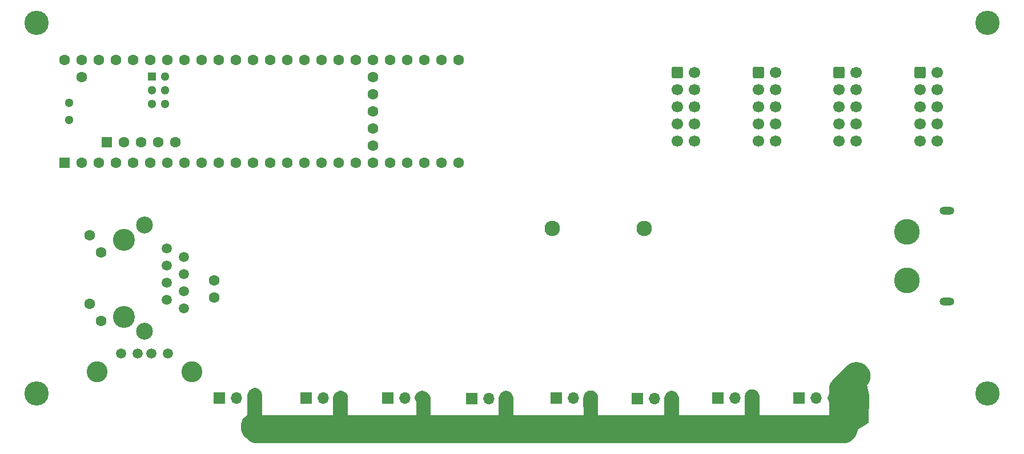
<source format=gbr>
%TF.GenerationSoftware,KiCad,Pcbnew,8.0.3*%
%TF.CreationDate,2024-11-25T10:27:06+01:00*%
%TF.ProjectId,Teensy Board,5465656e-7379-4204-926f-6172642e6b69,rev?*%
%TF.SameCoordinates,Original*%
%TF.FileFunction,Soldermask,Bot*%
%TF.FilePolarity,Negative*%
%FSLAX46Y46*%
G04 Gerber Fmt 4.6, Leading zero omitted, Abs format (unit mm)*
G04 Created by KiCad (PCBNEW 8.0.3) date 2024-11-25 10:27:06*
%MOMM*%
%LPD*%
G01*
G04 APERTURE LIST*
G04 Aperture macros list*
%AMRoundRect*
0 Rectangle with rounded corners*
0 $1 Rounding radius*
0 $2 $3 $4 $5 $6 $7 $8 $9 X,Y pos of 4 corners*
0 Add a 4 corners polygon primitive as box body*
4,1,4,$2,$3,$4,$5,$6,$7,$8,$9,$2,$3,0*
0 Add four circle primitives for the rounded corners*
1,1,$1+$1,$2,$3*
1,1,$1+$1,$4,$5*
1,1,$1+$1,$6,$7*
1,1,$1+$1,$8,$9*
0 Add four rect primitives between the rounded corners*
20,1,$1+$1,$2,$3,$4,$5,0*
20,1,$1+$1,$4,$5,$6,$7,0*
20,1,$1+$1,$6,$7,$8,$9,0*
20,1,$1+$1,$8,$9,$2,$3,0*%
G04 Aperture macros list end*
%ADD10C,0.150000*%
%ADD11R,1.700000X1.700000*%
%ADD12O,1.700000X1.700000*%
%ADD13C,2.300000*%
%ADD14RoundRect,0.250000X-0.600000X-0.600000X0.600000X-0.600000X0.600000X0.600000X-0.600000X0.600000X0*%
%ADD15C,1.700000*%
%ADD16C,3.800000*%
%ADD17O,2.200000X1.200000*%
%ADD18C,1.600000*%
%ADD19C,1.500000*%
%ADD20C,3.100000*%
%ADD21C,3.600000*%
%ADD22C,3.250000*%
%ADD23C,1.520000*%
%ADD24C,2.500000*%
%ADD25R,1.600000X1.600000*%
%ADD26R,1.300000X1.300000*%
%ADD27C,1.300000*%
G04 APERTURE END LIST*
D10*
X155940180Y-117933430D02*
X156192879Y-118001141D01*
X156434577Y-118101255D01*
X156661140Y-118232061D01*
X156868692Y-118391321D01*
X157053679Y-118576308D01*
X157212939Y-118783860D01*
X157343745Y-119010423D01*
X157443859Y-119252121D01*
X157511570Y-119504820D01*
X157545718Y-119764194D01*
X157545718Y-120025807D01*
X157511570Y-120285181D01*
X157443859Y-120537879D01*
X157343745Y-120779577D01*
X157212939Y-121006141D01*
X157053679Y-121213692D01*
X157346399Y-122675299D01*
X157250000Y-126750000D01*
X155750000Y-127750000D01*
X155561571Y-128145181D01*
X155493860Y-128397879D01*
X155393745Y-128639577D01*
X155262939Y-128866140D01*
X155103680Y-129073692D01*
X154918692Y-129258680D01*
X154711140Y-129417939D01*
X154484577Y-129548745D01*
X154242879Y-129648860D01*
X153990181Y-129716571D01*
X153730806Y-129750718D01*
X140200000Y-129755000D01*
X140072078Y-129750812D01*
X128600000Y-129755000D01*
X128471940Y-129750807D01*
X116400000Y-129755000D01*
X116271774Y-129750802D01*
X103400000Y-129755000D01*
X103271813Y-129750803D01*
X90600000Y-129755000D01*
X90472179Y-129750815D01*
X79400000Y-129755000D01*
X79271836Y-129750804D01*
X66710000Y-129755000D01*
X66579225Y-129750719D01*
X66579194Y-129750719D01*
X66449506Y-129733644D01*
X66319819Y-129716571D01*
X66067121Y-129648860D01*
X65825423Y-129548745D01*
X65598860Y-129417940D01*
X65391308Y-129258680D01*
X64940786Y-128814214D01*
X64851320Y-128718692D01*
X64692060Y-128511141D01*
X64561255Y-128284577D01*
X64461140Y-128042879D01*
X64393430Y-127790181D01*
X64359282Y-127530806D01*
X64359282Y-127269194D01*
X64393430Y-127009819D01*
X64461140Y-126757121D01*
X64561255Y-126515423D01*
X64692060Y-126288859D01*
X64851320Y-126081308D01*
X65036308Y-125896320D01*
X65243859Y-125737060D01*
X65357970Y-125671178D01*
X65355000Y-122730000D01*
X65359815Y-122631983D01*
X65398060Y-122439715D01*
X65473079Y-122258603D01*
X65581990Y-122095607D01*
X65720607Y-121956990D01*
X65883603Y-121848079D01*
X66064715Y-121773060D01*
X66256983Y-121734815D01*
X66453017Y-121734815D01*
X66645285Y-121773060D01*
X66826397Y-121848079D01*
X66989393Y-121956990D01*
X67128010Y-122095607D01*
X67236921Y-122258603D01*
X67311940Y-122439715D01*
X67350185Y-122631983D01*
X67353254Y-125671886D01*
X67466141Y-125737060D01*
X67494702Y-125758976D01*
X78067880Y-125755444D01*
X78065000Y-123130000D01*
X78069815Y-123031983D01*
X78108060Y-122839715D01*
X78183079Y-122658603D01*
X78291990Y-122495607D01*
X78430607Y-122356990D01*
X78593603Y-122248079D01*
X78774715Y-122173060D01*
X78966983Y-122134815D01*
X79163017Y-122134815D01*
X79355285Y-122173060D01*
X79536397Y-122248079D01*
X79699393Y-122356990D01*
X79838010Y-122495607D01*
X79946921Y-122658603D01*
X80021940Y-122839715D01*
X80060185Y-123031983D01*
X80063177Y-125758981D01*
X90358098Y-125755091D01*
X90355504Y-123724756D01*
X90273079Y-123601396D01*
X90198060Y-123420284D01*
X90159816Y-123228017D01*
X90159816Y-123031983D01*
X90198060Y-122839716D01*
X90273079Y-122658604D01*
X90381989Y-122495606D01*
X90520606Y-122356989D01*
X90683604Y-122248079D01*
X90864716Y-122173060D01*
X91056983Y-122134816D01*
X91253017Y-122134816D01*
X91445284Y-122173060D01*
X91626396Y-122248079D01*
X91789394Y-122356989D01*
X92062107Y-122622893D01*
X92128011Y-122695607D01*
X92150991Y-122730000D01*
X92236921Y-122858603D01*
X92266495Y-122930000D01*
X92311941Y-123039716D01*
X92324926Y-123105000D01*
X92350185Y-123231983D01*
X92353413Y-125758658D01*
X102602783Y-125755263D01*
X102600000Y-123155000D01*
X102604815Y-123056983D01*
X102643060Y-122864715D01*
X102718079Y-122683603D01*
X102826990Y-122520607D01*
X102965607Y-122381990D01*
X103128603Y-122273079D01*
X103309715Y-122198060D01*
X103501983Y-122159815D01*
X103698017Y-122159815D01*
X103890285Y-122198060D01*
X104071397Y-122273079D01*
X104234393Y-122381990D01*
X104373010Y-122520607D01*
X104481921Y-122683603D01*
X104556940Y-122864715D01*
X104595185Y-123056983D01*
X104598077Y-125758848D01*
X115157834Y-125755405D01*
X115155000Y-123105000D01*
X115159815Y-123006983D01*
X115198060Y-122814715D01*
X115273079Y-122633603D01*
X115381990Y-122470607D01*
X115520607Y-122331990D01*
X115683603Y-122223079D01*
X115864715Y-122148060D01*
X116056983Y-122109815D01*
X116253017Y-122109815D01*
X116445285Y-122148060D01*
X116626397Y-122223079D01*
X116789393Y-122331990D01*
X116928010Y-122470607D01*
X117036921Y-122633603D01*
X117111940Y-122814715D01*
X117150185Y-123006983D01*
X117153127Y-125758975D01*
X127157944Y-125755500D01*
X127155000Y-123155000D01*
X127159815Y-123056983D01*
X127198060Y-122864715D01*
X127273079Y-122683603D01*
X127381990Y-122520607D01*
X127520607Y-122381990D01*
X127683603Y-122273079D01*
X127864715Y-122198060D01*
X128056983Y-122159815D01*
X128253017Y-122159815D01*
X128445285Y-122198060D01*
X128626397Y-122273079D01*
X128789393Y-122381990D01*
X128928010Y-122520607D01*
X129036921Y-122683603D01*
X129111940Y-122864715D01*
X129150185Y-123056983D01*
X129153244Y-125759032D01*
X139077835Y-125755409D01*
X139075000Y-122930000D01*
X139079815Y-122831983D01*
X139118060Y-122639715D01*
X139193079Y-122458603D01*
X139301990Y-122295607D01*
X139440607Y-122156990D01*
X139603603Y-122048079D01*
X139784715Y-121973060D01*
X139976983Y-121934815D01*
X140173017Y-121934815D01*
X140365285Y-121973060D01*
X140546397Y-122048079D01*
X140709393Y-122156990D01*
X140848010Y-122295607D01*
X140956921Y-122458603D01*
X141031940Y-122639715D01*
X141070185Y-122831983D01*
X141073122Y-125758964D01*
X151602772Y-125755632D01*
X151600000Y-121845000D01*
X151604282Y-121714194D01*
X151638429Y-121454819D01*
X151706140Y-121202121D01*
X151806255Y-120960423D01*
X151937060Y-120733859D01*
X152096320Y-120526308D01*
X154135786Y-118480787D01*
X154231308Y-118391321D01*
X154438859Y-118232061D01*
X154665423Y-118101255D01*
X154907121Y-118001141D01*
X155159819Y-117933430D01*
X155419193Y-117899282D01*
X155680806Y-117899282D01*
X155940180Y-117933430D01*
G36*
X155940180Y-117933430D02*
G01*
X156192879Y-118001141D01*
X156434577Y-118101255D01*
X156661140Y-118232061D01*
X156868692Y-118391321D01*
X157053679Y-118576308D01*
X157212939Y-118783860D01*
X157343745Y-119010423D01*
X157443859Y-119252121D01*
X157511570Y-119504820D01*
X157545718Y-119764194D01*
X157545718Y-120025807D01*
X157511570Y-120285181D01*
X157443859Y-120537879D01*
X157343745Y-120779577D01*
X157212939Y-121006141D01*
X157053679Y-121213692D01*
X157346399Y-122675299D01*
X157250000Y-126750000D01*
X155750000Y-127750000D01*
X155561571Y-128145181D01*
X155493860Y-128397879D01*
X155393745Y-128639577D01*
X155262939Y-128866140D01*
X155103680Y-129073692D01*
X154918692Y-129258680D01*
X154711140Y-129417939D01*
X154484577Y-129548745D01*
X154242879Y-129648860D01*
X153990181Y-129716571D01*
X153730806Y-129750718D01*
X140200000Y-129755000D01*
X140072078Y-129750812D01*
X128600000Y-129755000D01*
X128471940Y-129750807D01*
X116400000Y-129755000D01*
X116271774Y-129750802D01*
X103400000Y-129755000D01*
X103271813Y-129750803D01*
X90600000Y-129755000D01*
X90472179Y-129750815D01*
X79400000Y-129755000D01*
X79271836Y-129750804D01*
X66710000Y-129755000D01*
X66579225Y-129750719D01*
X66579194Y-129750719D01*
X66449506Y-129733644D01*
X66319819Y-129716571D01*
X66067121Y-129648860D01*
X65825423Y-129548745D01*
X65598860Y-129417940D01*
X65391308Y-129258680D01*
X64940786Y-128814214D01*
X64851320Y-128718692D01*
X64692060Y-128511141D01*
X64561255Y-128284577D01*
X64461140Y-128042879D01*
X64393430Y-127790181D01*
X64359282Y-127530806D01*
X64359282Y-127269194D01*
X64393430Y-127009819D01*
X64461140Y-126757121D01*
X64561255Y-126515423D01*
X64692060Y-126288859D01*
X64851320Y-126081308D01*
X65036308Y-125896320D01*
X65243859Y-125737060D01*
X65357970Y-125671178D01*
X65355000Y-122730000D01*
X65359815Y-122631983D01*
X65398060Y-122439715D01*
X65473079Y-122258603D01*
X65581990Y-122095607D01*
X65720607Y-121956990D01*
X65883603Y-121848079D01*
X66064715Y-121773060D01*
X66256983Y-121734815D01*
X66453017Y-121734815D01*
X66645285Y-121773060D01*
X66826397Y-121848079D01*
X66989393Y-121956990D01*
X67128010Y-122095607D01*
X67236921Y-122258603D01*
X67311940Y-122439715D01*
X67350185Y-122631983D01*
X67353254Y-125671886D01*
X67466141Y-125737060D01*
X67494702Y-125758976D01*
X78067880Y-125755444D01*
X78065000Y-123130000D01*
X78069815Y-123031983D01*
X78108060Y-122839715D01*
X78183079Y-122658603D01*
X78291990Y-122495607D01*
X78430607Y-122356990D01*
X78593603Y-122248079D01*
X78774715Y-122173060D01*
X78966983Y-122134815D01*
X79163017Y-122134815D01*
X79355285Y-122173060D01*
X79536397Y-122248079D01*
X79699393Y-122356990D01*
X79838010Y-122495607D01*
X79946921Y-122658603D01*
X80021940Y-122839715D01*
X80060185Y-123031983D01*
X80063177Y-125758981D01*
X90358098Y-125755091D01*
X90355504Y-123724756D01*
X90273079Y-123601396D01*
X90198060Y-123420284D01*
X90159816Y-123228017D01*
X90159816Y-123031983D01*
X90198060Y-122839716D01*
X90273079Y-122658604D01*
X90381989Y-122495606D01*
X90520606Y-122356989D01*
X90683604Y-122248079D01*
X90864716Y-122173060D01*
X91056983Y-122134816D01*
X91253017Y-122134816D01*
X91445284Y-122173060D01*
X91626396Y-122248079D01*
X91789394Y-122356989D01*
X92062107Y-122622893D01*
X92128011Y-122695607D01*
X92150991Y-122730000D01*
X92236921Y-122858603D01*
X92266495Y-122930000D01*
X92311941Y-123039716D01*
X92324926Y-123105000D01*
X92350185Y-123231983D01*
X92353413Y-125758658D01*
X102602783Y-125755263D01*
X102600000Y-123155000D01*
X102604815Y-123056983D01*
X102643060Y-122864715D01*
X102718079Y-122683603D01*
X102826990Y-122520607D01*
X102965607Y-122381990D01*
X103128603Y-122273079D01*
X103309715Y-122198060D01*
X103501983Y-122159815D01*
X103698017Y-122159815D01*
X103890285Y-122198060D01*
X104071397Y-122273079D01*
X104234393Y-122381990D01*
X104373010Y-122520607D01*
X104481921Y-122683603D01*
X104556940Y-122864715D01*
X104595185Y-123056983D01*
X104598077Y-125758848D01*
X115157834Y-125755405D01*
X115155000Y-123105000D01*
X115159815Y-123006983D01*
X115198060Y-122814715D01*
X115273079Y-122633603D01*
X115381990Y-122470607D01*
X115520607Y-122331990D01*
X115683603Y-122223079D01*
X115864715Y-122148060D01*
X116056983Y-122109815D01*
X116253017Y-122109815D01*
X116445285Y-122148060D01*
X116626397Y-122223079D01*
X116789393Y-122331990D01*
X116928010Y-122470607D01*
X117036921Y-122633603D01*
X117111940Y-122814715D01*
X117150185Y-123006983D01*
X117153127Y-125758975D01*
X127157944Y-125755500D01*
X127155000Y-123155000D01*
X127159815Y-123056983D01*
X127198060Y-122864715D01*
X127273079Y-122683603D01*
X127381990Y-122520607D01*
X127520607Y-122381990D01*
X127683603Y-122273079D01*
X127864715Y-122198060D01*
X128056983Y-122159815D01*
X128253017Y-122159815D01*
X128445285Y-122198060D01*
X128626397Y-122273079D01*
X128789393Y-122381990D01*
X128928010Y-122520607D01*
X129036921Y-122683603D01*
X129111940Y-122864715D01*
X129150185Y-123056983D01*
X129153244Y-125759032D01*
X139077835Y-125755409D01*
X139075000Y-122930000D01*
X139079815Y-122831983D01*
X139118060Y-122639715D01*
X139193079Y-122458603D01*
X139301990Y-122295607D01*
X139440607Y-122156990D01*
X139603603Y-122048079D01*
X139784715Y-121973060D01*
X139976983Y-121934815D01*
X140173017Y-121934815D01*
X140365285Y-121973060D01*
X140546397Y-122048079D01*
X140709393Y-122156990D01*
X140848010Y-122295607D01*
X140956921Y-122458603D01*
X141031940Y-122639715D01*
X141070185Y-122831983D01*
X141073122Y-125758964D01*
X151602772Y-125755632D01*
X151600000Y-121845000D01*
X151604282Y-121714194D01*
X151638429Y-121454819D01*
X151706140Y-121202121D01*
X151806255Y-120960423D01*
X151937060Y-120733859D01*
X152096320Y-120526308D01*
X154135786Y-118480787D01*
X154231308Y-118391321D01*
X154438859Y-118232061D01*
X154665423Y-118101255D01*
X154907121Y-118001141D01*
X155159819Y-117933430D01*
X155419193Y-117899282D01*
X155680806Y-117899282D01*
X155940180Y-117933430D01*
G37*
D11*
%TO.C,J6*%
X134995000Y-123175000D03*
D12*
X137535000Y-123175000D03*
X140075000Y-123175000D03*
%TD*%
D13*
%TO.C,D1*%
X110450000Y-98000000D03*
X124050000Y-98000000D03*
%TD*%
D14*
%TO.C,J4*%
X164960000Y-74840000D03*
D15*
X167500000Y-74840000D03*
X164960000Y-77380000D03*
X167500000Y-77380000D03*
X164960000Y-79920000D03*
X167500000Y-79920000D03*
X164960000Y-82460000D03*
X167500000Y-82460000D03*
X164960000Y-85000000D03*
X167500000Y-85000000D03*
%TD*%
D14*
%TO.C,J3*%
X152975000Y-74840000D03*
D15*
X155515000Y-74840000D03*
X152975000Y-77380000D03*
X155515000Y-77380000D03*
X152975000Y-79920000D03*
X155515000Y-79920000D03*
X152975000Y-82460000D03*
X155515000Y-82460000D03*
X152975000Y-85000000D03*
X155515000Y-85000000D03*
%TD*%
D16*
%TO.C,CN1*%
X163000000Y-98500000D03*
X163000000Y-105700000D03*
D17*
X169000000Y-108850000D03*
X169000000Y-95350000D03*
%TD*%
D18*
%TO.C,C1*%
X60300000Y-105700000D03*
X60300000Y-108200000D03*
%TD*%
D11*
%TO.C,J8*%
X111075000Y-123150000D03*
D12*
X113615000Y-123150000D03*
X116155000Y-123150000D03*
%TD*%
D14*
%TO.C,J2*%
X140990000Y-74840000D03*
D15*
X143530000Y-74840000D03*
X140990000Y-77380000D03*
X143530000Y-77380000D03*
X140990000Y-79920000D03*
X143530000Y-79920000D03*
X140990000Y-82460000D03*
X143530000Y-82460000D03*
X140990000Y-85000000D03*
X143530000Y-85000000D03*
%TD*%
D11*
%TO.C,J12*%
X61075000Y-123175000D03*
D12*
X63615000Y-123175000D03*
X66155000Y-123175000D03*
%TD*%
D19*
%TO.C,USB1*%
X46500000Y-116540000D03*
X49000000Y-116540000D03*
X51000000Y-116550000D03*
X53500000Y-116550000D03*
D20*
X57000000Y-119260000D03*
X43000000Y-119260000D03*
%TD*%
D11*
%TO.C,J10*%
X86075000Y-123175000D03*
D12*
X88615000Y-123175000D03*
X91155000Y-123175000D03*
%TD*%
D11*
%TO.C,J5*%
X147075000Y-123175000D03*
D12*
X149615000Y-123175000D03*
X152155000Y-123175000D03*
%TD*%
D21*
%TO.C,H3*%
X175000000Y-67500000D03*
%TD*%
D11*
%TO.C,J9*%
X98520000Y-123200000D03*
D12*
X101060000Y-123200000D03*
X103600000Y-123200000D03*
%TD*%
D11*
%TO.C,J7*%
X123075000Y-123200000D03*
D12*
X125615000Y-123200000D03*
X128155000Y-123200000D03*
%TD*%
D21*
%TO.C,H2*%
X34000000Y-122500000D03*
%TD*%
D11*
%TO.C,J11*%
X73985000Y-123175000D03*
D12*
X76525000Y-123175000D03*
X79065000Y-123175000D03*
%TD*%
D22*
%TO.C,P1*%
X46976800Y-99650359D03*
X46976800Y-111080359D03*
D23*
X53326800Y-100920359D03*
X55866800Y-102190359D03*
X53326800Y-103460359D03*
X55866800Y-104730359D03*
X53326800Y-106000359D03*
X55866800Y-107270359D03*
X53326800Y-108540359D03*
X55866800Y-109810359D03*
D18*
X41886800Y-99040359D03*
X43596800Y-101580359D03*
X41886800Y-109150359D03*
X43596800Y-111690359D03*
D24*
X50016800Y-97480359D03*
X50016800Y-113230359D03*
%TD*%
D21*
%TO.C,H1*%
X34000000Y-67500000D03*
%TD*%
D14*
%TO.C,J1*%
X129005000Y-74840000D03*
D15*
X131545000Y-74840000D03*
X129005000Y-77380000D03*
X131545000Y-77380000D03*
X129005000Y-79920000D03*
X131545000Y-79920000D03*
X129005000Y-82460000D03*
X131545000Y-82460000D03*
X129005000Y-85000000D03*
X131545000Y-85000000D03*
%TD*%
D21*
%TO.C,H4*%
X175000000Y-122500000D03*
%TD*%
D25*
%TO.C,U1*%
X38120000Y-88296000D03*
D18*
X40660000Y-88296000D03*
X43200000Y-88296000D03*
X45740000Y-88296000D03*
X48280000Y-88296000D03*
X50820000Y-88296000D03*
X53360000Y-88296000D03*
X55900000Y-88296000D03*
X58440000Y-88296000D03*
X60980000Y-88296000D03*
X63520000Y-88296000D03*
X66060000Y-88296000D03*
X68600000Y-88296000D03*
X71140000Y-88296000D03*
X73680000Y-88296000D03*
X76220000Y-88296000D03*
X78760000Y-88296000D03*
X81300000Y-88296000D03*
X83840000Y-88296000D03*
X86380000Y-88296000D03*
X88920000Y-88296000D03*
X91460000Y-88296000D03*
X94000000Y-88296000D03*
X96540000Y-88296000D03*
X96540000Y-73056000D03*
X94000000Y-73056000D03*
X91460000Y-73056000D03*
X88920000Y-73056000D03*
X86380000Y-73056000D03*
X83840000Y-73056000D03*
X81300000Y-73056000D03*
X78760000Y-73056000D03*
X76220000Y-73056000D03*
X73680000Y-73056000D03*
X71140000Y-73056000D03*
X68600000Y-73056000D03*
X66060000Y-73056000D03*
X63520000Y-73056000D03*
X60980000Y-73056000D03*
X58440000Y-73056000D03*
X55900000Y-73056000D03*
X53360000Y-73056000D03*
X50820000Y-73056000D03*
X48280000Y-73056000D03*
X45740000Y-73056000D03*
X43200000Y-73056000D03*
X40660000Y-73056000D03*
X38120000Y-73056000D03*
X40660000Y-75596000D03*
X83840000Y-85756000D03*
X83840000Y-83216000D03*
X83840000Y-80676000D03*
X83840000Y-78136000D03*
X83840000Y-75596000D03*
D25*
X44419200Y-85245200D03*
D18*
X46959200Y-85245200D03*
X49499200Y-85245200D03*
X52039200Y-85245200D03*
X54579200Y-85245200D03*
D26*
X51090000Y-75494400D03*
D27*
X51090000Y-77494400D03*
X51090000Y-79494400D03*
X53090000Y-79494400D03*
X53090000Y-77494400D03*
X53090000Y-75494400D03*
X38850000Y-79406000D03*
X38850000Y-81946000D03*
%TD*%
M02*

</source>
